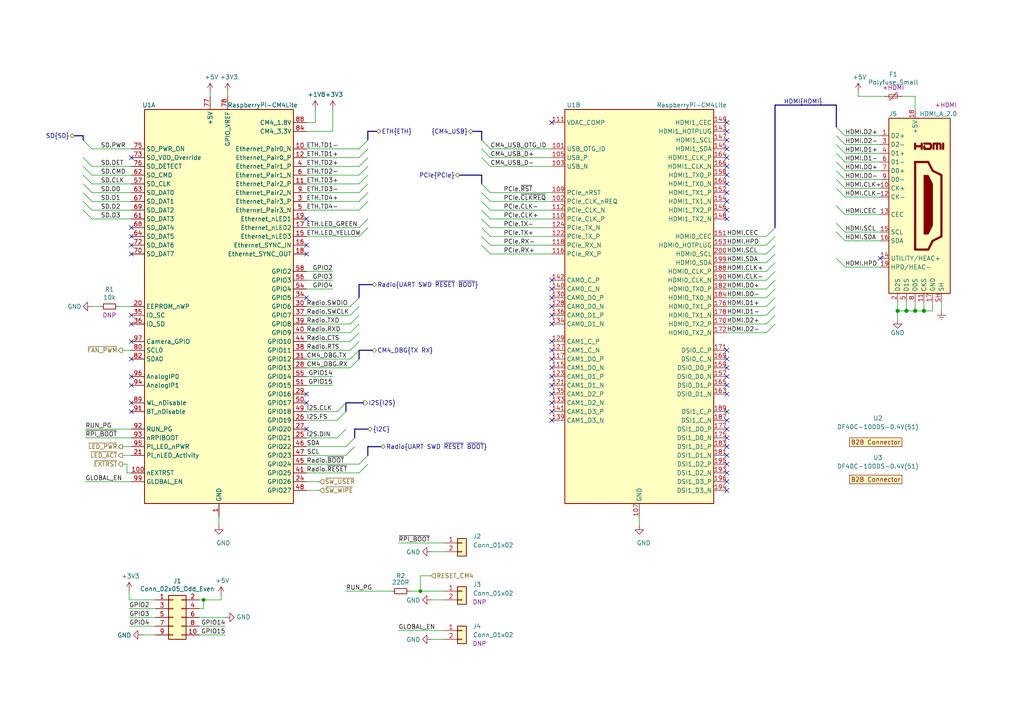
<source format=kicad_sch>
(kicad_sch (version 20210406) (generator eeschema)
  (paper "A4")
  (title_block (title "Compute Module 4") (date "2021-01-12") (rev "0.1") (company "Nabu Casa") (comment 1 "www.nabucasa.com") (comment 2 "Light Blue"))
  (bus_alias "PCIe" (members "~RST" "~CLKREQ" "CLK+" "CLK-" "TX+" "TX-" "RX+" "RX-"))
  (bus_alias "SD" (members "D[0..3]" "CMD" "CLK" "PWR" "DET"))
  (bus_alias "HDMI" (members "D0+" "D0-" "D1+" "D1-" "D2+" "D2-" "CLK+" "CLK-" "CEC" "HPD" "SDA" "SCL"))
  (bus_alias "UART" (members "TXD" "RXD" "CTS" "RTS"))
  (junction (at 59.055 173.99) (diameter 0.9144))
  (junction (at 121.92 171.45) (diameter 0.9144))
  (junction (at 260.35 90.17) (diameter 1.016))
  (junction (at 262.89 90.17) (diameter 1.016))
  (junction (at 265.43 90.17) (diameter 1.016))
  (junction (at 267.97 90.17) (diameter 1.016))
  (no_connect (at 38.1 45.72))
  (no_connect (at 38.1 66.04))
  (no_connect (at 38.1 68.58))
  (no_connect (at 38.1 71.12))
  (no_connect (at 38.1 73.66))
  (no_connect (at 38.1 91.44))
  (no_connect (at 38.1 93.98))
  (no_connect (at 38.1 99.06))
  (no_connect (at 38.1 104.14))
  (no_connect (at 38.1 109.22))
  (no_connect (at 38.1 111.76))
  (no_connect (at 38.1 116.84))
  (no_connect (at 38.1 119.38))
  (no_connect (at 88.9 63.5))
  (no_connect (at 88.9 71.12))
  (no_connect (at 88.9 73.66))
  (no_connect (at 88.9 86.36))
  (no_connect (at 88.9 114.3))
  (no_connect (at 88.9 116.84))
  (no_connect (at 88.9 124.46))
  (no_connect (at 160.02 35.56))
  (no_connect (at 160.02 81.28))
  (no_connect (at 160.02 83.82))
  (no_connect (at 160.02 86.36))
  (no_connect (at 160.02 88.9))
  (no_connect (at 160.02 91.44))
  (no_connect (at 160.02 93.98))
  (no_connect (at 160.02 99.06))
  (no_connect (at 160.02 101.6))
  (no_connect (at 160.02 104.14))
  (no_connect (at 160.02 106.68))
  (no_connect (at 160.02 109.22))
  (no_connect (at 160.02 111.76))
  (no_connect (at 160.02 114.3))
  (no_connect (at 160.02 116.84))
  (no_connect (at 160.02 119.38))
  (no_connect (at 160.02 121.92))
  (no_connect (at 210.82 35.56))
  (no_connect (at 210.82 38.1))
  (no_connect (at 210.82 40.64))
  (no_connect (at 210.82 43.18))
  (no_connect (at 210.82 45.72))
  (no_connect (at 210.82 48.26))
  (no_connect (at 210.82 50.8))
  (no_connect (at 210.82 53.34))
  (no_connect (at 210.82 55.88))
  (no_connect (at 210.82 58.42))
  (no_connect (at 210.82 60.96))
  (no_connect (at 210.82 63.5))
  (no_connect (at 210.82 101.6))
  (no_connect (at 210.82 104.14))
  (no_connect (at 210.82 106.68))
  (no_connect (at 210.82 109.22))
  (no_connect (at 210.82 111.76))
  (no_connect (at 210.82 114.3))
  (no_connect (at 210.82 119.38))
  (no_connect (at 210.82 121.92))
  (no_connect (at 210.82 124.46))
  (no_connect (at 210.82 127))
  (no_connect (at 210.82 129.54))
  (no_connect (at 210.82 132.08))
  (no_connect (at 210.82 134.62))
  (no_connect (at 210.82 137.16))
  (no_connect (at 210.82 139.7))
  (no_connect (at 210.82 142.24))
  (no_connect (at 255.27 74.93))
  (bus_entry (at 24.13 40.64) (size 2.54 2.54) (stroke (width 0.1524)))
  (bus_entry (at 24.13 45.72) (size 2.54 2.54) (stroke (width 0.1524)))
  (bus_entry (at 24.13 48.26) (size 2.54 2.54) (stroke (width 0.1524)))
  (bus_entry (at 24.13 50.8) (size 2.54 2.54) (stroke (width 0.1524)))
  (bus_entry (at 24.13 53.34) (size 2.54 2.54) (stroke (width 0.1524)))
  (bus_entry (at 24.13 55.88) (size 2.54 2.54) (stroke (width 0.1524)))
  (bus_entry (at 24.13 58.42) (size 2.54 2.54) (stroke (width 0.1524)))
  (bus_entry (at 24.13 60.96) (size 2.54 2.54) (stroke (width 0.1524)))
  (bus_entry (at 100.33 116.84) (size -2.54 2.54) (stroke (width 0.1524)))
  (bus_entry (at 100.33 119.38) (size -2.54 2.54) (stroke (width 0.1524)))
  (bus_entry (at 100.33 124.46) (size -2.54 2.54) (stroke (width 0.1524)))
  (bus_entry (at 102.87 127) (size -2.54 2.54) (stroke (width 0.1524)))
  (bus_entry (at 102.87 129.54) (size -2.54 2.54) (stroke (width 0.1524)))
  (bus_entry (at 104.14 43.18) (size 2.54 -2.54) (stroke (width 0.1524)))
  (bus_entry (at 104.14 45.72) (size 2.54 -2.54) (stroke (width 0.1524)))
  (bus_entry (at 104.14 48.26) (size 2.54 -2.54) (stroke (width 0.1524)))
  (bus_entry (at 104.14 50.8) (size 2.54 -2.54) (stroke (width 0.1524)))
  (bus_entry (at 104.14 53.34) (size 2.54 -2.54) (stroke (width 0.1524)))
  (bus_entry (at 104.14 55.88) (size 2.54 -2.54) (stroke (width 0.1524)))
  (bus_entry (at 104.14 58.42) (size 2.54 -2.54) (stroke (width 0.1524)))
  (bus_entry (at 104.14 60.96) (size 2.54 -2.54) (stroke (width 0.1524)))
  (bus_entry (at 104.14 66.04) (size 2.54 -2.54) (stroke (width 0.1524)))
  (bus_entry (at 104.14 68.58) (size 2.54 -2.54) (stroke (width 0.1524)))
  (bus_entry (at 104.14 86.36) (size -2.54 2.54) (stroke (width 0.1524)))
  (bus_entry (at 104.14 88.9) (size -2.54 2.54) (stroke (width 0.1524)))
  (bus_entry (at 104.14 91.44) (size -2.54 2.54) (stroke (width 0.1524)))
  (bus_entry (at 104.14 93.98) (size -2.54 2.54) (stroke (width 0.1524)))
  (bus_entry (at 104.14 96.52) (size -2.54 2.54) (stroke (width 0.1524)))
  (bus_entry (at 104.14 99.06) (size -2.54 2.54) (stroke (width 0.1524)))
  (bus_entry (at 104.14 101.6) (size -2.54 2.54) (stroke (width 0.1524)))
  (bus_entry (at 104.14 104.14) (size -2.54 2.54) (stroke (width 0.1524)))
  (bus_entry (at 106.68 132.08) (size -2.54 2.54) (stroke (width 0.1524)))
  (bus_entry (at 106.68 134.62) (size -2.54 2.54) (stroke (width 0.1524)))
  (bus_entry (at 139.7 40.64) (size 2.54 2.54) (stroke (width 0.1524)))
  (bus_entry (at 139.7 43.18) (size 2.54 2.54) (stroke (width 0.1524)))
  (bus_entry (at 139.7 45.72) (size 2.54 2.54) (stroke (width 0.1524)))
  (bus_entry (at 139.7 53.34) (size 2.54 2.54) (stroke (width 0.1524)))
  (bus_entry (at 139.7 55.88) (size 2.54 2.54) (stroke (width 0.1524)))
  (bus_entry (at 139.7 58.42) (size 2.54 2.54) (stroke (width 0.1524)))
  (bus_entry (at 139.7 60.96) (size 2.54 2.54) (stroke (width 0.1524)))
  (bus_entry (at 139.7 63.5) (size 2.54 2.54) (stroke (width 0.1524)))
  (bus_entry (at 139.7 66.04) (size 2.54 2.54) (stroke (width 0.1524)))
  (bus_entry (at 139.7 68.58) (size 2.54 2.54) (stroke (width 0.1524)))
  (bus_entry (at 139.7 71.12) (size 2.54 2.54) (stroke (width 0.1524)))
  (bus_entry (at 224.79 66.04) (size -2.54 2.54) (stroke (width 0.1524)))
  (bus_entry (at 224.79 68.58) (size -2.54 2.54) (stroke (width 0.1524)))
  (bus_entry (at 224.79 71.12) (size -2.54 2.54) (stroke (width 0.1524)))
  (bus_entry (at 224.79 73.66) (size -2.54 2.54) (stroke (width 0.1524)))
  (bus_entry (at 224.79 76.2) (size -2.54 2.54) (stroke (width 0.1524)))
  (bus_entry (at 224.79 78.74) (size -2.54 2.54) (stroke (width 0.1524)))
  (bus_entry (at 224.79 81.28) (size -2.54 2.54) (stroke (width 0.1524)))
  (bus_entry (at 224.79 83.82) (size -2.54 2.54) (stroke (width 0.1524)))
  (bus_entry (at 224.79 86.36) (size -2.54 2.54) (stroke (width 0.1524)))
  (bus_entry (at 224.79 88.9) (size -2.54 2.54) (stroke (width 0.1524)))
  (bus_entry (at 224.79 91.44) (size -2.54 2.54) (stroke (width 0.1524)))
  (bus_entry (at 224.79 93.98) (size -2.54 2.54) (stroke (width 0.1524)))
  (bus_entry (at 242.57 36.83) (size 2.54 2.54) (stroke (width 0.1524)))
  (bus_entry (at 242.57 39.37) (size 2.54 2.54) (stroke (width 0.1524)))
  (bus_entry (at 242.57 41.91) (size 2.54 2.54) (stroke (width 0.1524)))
  (bus_entry (at 242.57 44.45) (size 2.54 2.54) (stroke (width 0.1524)))
  (bus_entry (at 242.57 46.99) (size 2.54 2.54) (stroke (width 0.1524)))
  (bus_entry (at 242.57 49.53) (size 2.54 2.54) (stroke (width 0.1524)))
  (bus_entry (at 242.57 52.07) (size 2.54 2.54) (stroke (width 0.1524)))
  (bus_entry (at 242.57 54.61) (size 2.54 2.54) (stroke (width 0.1524)))
  (bus_entry (at 242.57 59.69) (size 2.54 2.54) (stroke (width 0.1524)))
  (bus_entry (at 242.57 64.77) (size 2.54 2.54) (stroke (width 0.1524)))
  (bus_entry (at 242.57 67.31) (size 2.54 2.54) (stroke (width 0.1524)))
  (bus_entry (at 242.57 74.93) (size 2.54 2.54) (stroke (width 0.1524)))
  (wire (pts (xy 24.765 124.46) (xy 38.1 124.46)))
  (wire (pts (xy 24.765 127) (xy 38.1 127)))
  (wire (pts (xy 24.765 139.7) (xy 38.1 139.7)))
  (wire (pts (xy 26.67 43.18) (xy 38.1 43.18)))
  (wire (pts (xy 26.67 48.26) (xy 38.1 48.26)))
  (wire (pts (xy 26.67 50.8) (xy 38.1 50.8)))
  (wire (pts (xy 26.67 53.34) (xy 38.1 53.34)))
  (wire (pts (xy 26.67 55.88) (xy 38.1 55.88)))
  (wire (pts (xy 26.67 58.42) (xy 38.1 58.42)))
  (wire (pts (xy 26.67 60.96) (xy 38.1 60.96)))
  (wire (pts (xy 26.67 63.5) (xy 38.1 63.5)))
  (wire (pts (xy 26.67 88.9) (xy 29.21 88.9)))
  (wire (pts (xy 34.29 88.9) (xy 38.1 88.9)))
  (wire (pts (xy 35.56 101.6) (xy 38.1 101.6)))
  (wire (pts (xy 35.56 129.54) (xy 38.1 129.54)))
  (wire (pts (xy 35.56 132.08) (xy 38.1 132.08)))
  (wire (pts (xy 36.83 134.62) (xy 35.56 134.62)))
  (wire (pts (xy 36.83 137.16) (xy 36.83 134.62)))
  (wire (pts (xy 37.465 173.99) (xy 37.465 171.45)))
  (wire (pts (xy 37.465 176.53) (xy 45.085 176.53)))
  (wire (pts (xy 37.465 179.07) (xy 45.085 179.07)))
  (wire (pts (xy 37.465 181.61) (xy 45.085 181.61)))
  (wire (pts (xy 38.1 137.16) (xy 36.83 137.16)))
  (wire (pts (xy 41.275 184.15) (xy 45.085 184.15)))
  (wire (pts (xy 45.085 173.99) (xy 37.465 173.99)))
  (wire (pts (xy 57.785 173.99) (xy 59.055 173.99)))
  (wire (pts (xy 57.785 176.53) (xy 59.055 176.53)))
  (wire (pts (xy 57.785 179.07) (xy 65.405 179.07)))
  (wire (pts (xy 57.785 181.61) (xy 65.405 181.61)))
  (wire (pts (xy 57.785 184.15) (xy 65.405 184.15)))
  (wire (pts (xy 59.055 173.99) (xy 64.135 173.99)))
  (wire (pts (xy 59.055 176.53) (xy 59.055 173.99)))
  (wire (pts (xy 60.96 26.67) (xy 60.96 27.94)))
  (wire (pts (xy 63.5 149.86) (xy 63.5 152.4)))
  (wire (pts (xy 64.135 173.99) (xy 64.135 172.72)))
  (wire (pts (xy 66.04 26.67) (xy 66.04 27.94)))
  (wire (pts (xy 88.9 35.56) (xy 91.44 35.56)))
  (wire (pts (xy 88.9 38.1) (xy 96.52 38.1)))
  (wire (pts (xy 88.9 43.18) (xy 104.14 43.18)))
  (wire (pts (xy 88.9 45.72) (xy 104.14 45.72)))
  (wire (pts (xy 88.9 48.26) (xy 104.14 48.26)))
  (wire (pts (xy 88.9 50.8) (xy 104.14 50.8)))
  (wire (pts (xy 88.9 53.34) (xy 104.14 53.34)))
  (wire (pts (xy 88.9 55.88) (xy 104.14 55.88)))
  (wire (pts (xy 88.9 58.42) (xy 104.14 58.42)))
  (wire (pts (xy 88.9 60.96) (xy 104.14 60.96)))
  (wire (pts (xy 88.9 66.04) (xy 104.14 66.04)))
  (wire (pts (xy 88.9 68.58) (xy 104.14 68.58)))
  (wire (pts (xy 88.9 88.9) (xy 101.6 88.9)))
  (wire (pts (xy 88.9 91.44) (xy 101.6 91.44)))
  (wire (pts (xy 88.9 93.98) (xy 101.6 93.98)))
  (wire (pts (xy 88.9 96.52) (xy 101.6 96.52)))
  (wire (pts (xy 88.9 99.06) (xy 101.6 99.06)))
  (wire (pts (xy 88.9 101.6) (xy 101.6 101.6)))
  (wire (pts (xy 88.9 104.14) (xy 101.6 104.14)))
  (wire (pts (xy 88.9 106.68) (xy 101.6 106.68)))
  (wire (pts (xy 88.9 109.22) (xy 96.52 109.22)))
  (wire (pts (xy 88.9 111.76) (xy 96.52 111.76)))
  (wire (pts (xy 88.9 119.38) (xy 97.79 119.38)))
  (wire (pts (xy 88.9 121.92) (xy 97.79 121.92)))
  (wire (pts (xy 88.9 127) (xy 97.79 127)))
  (wire (pts (xy 88.9 129.54) (xy 100.33 129.54)))
  (wire (pts (xy 88.9 132.08) (xy 100.33 132.08)))
  (wire (pts (xy 88.9 134.62) (xy 104.14 134.62)))
  (wire (pts (xy 88.9 137.16) (xy 104.14 137.16)))
  (wire (pts (xy 88.9 139.7) (xy 92.71 139.7)))
  (wire (pts (xy 88.9 142.24) (xy 92.71 142.24)))
  (wire (pts (xy 91.44 35.56) (xy 91.44 31.75)))
  (wire (pts (xy 96.52 38.1) (xy 96.52 31.75)))
  (wire (pts (xy 96.52 78.74) (xy 88.9 78.74)))
  (wire (pts (xy 96.52 81.28) (xy 88.9 81.28)))
  (wire (pts (xy 96.52 83.82) (xy 88.9 83.82)))
  (wire (pts (xy 100.33 171.45) (xy 113.665 171.45)))
  (wire (pts (xy 115.57 157.48) (xy 128.905 157.48)))
  (wire (pts (xy 115.57 182.88) (xy 128.905 182.88)))
  (wire (pts (xy 118.745 171.45) (xy 121.92 171.45)))
  (wire (pts (xy 121.92 167.005) (xy 121.92 171.45)))
  (wire (pts (xy 121.92 171.45) (xy 128.905 171.45)))
  (wire (pts (xy 125.095 160.02) (xy 128.905 160.02)))
  (wire (pts (xy 125.095 167.005) (xy 121.92 167.005)))
  (wire (pts (xy 125.095 173.99) (xy 128.905 173.99)))
  (wire (pts (xy 125.095 185.42) (xy 128.905 185.42)))
  (wire (pts (xy 142.24 43.18) (xy 160.02 43.18)))
  (wire (pts (xy 142.24 45.72) (xy 160.02 45.72)))
  (wire (pts (xy 142.24 48.26) (xy 160.02 48.26)))
  (wire (pts (xy 142.24 55.88) (xy 160.02 55.88)))
  (wire (pts (xy 142.24 58.42) (xy 160.02 58.42)))
  (wire (pts (xy 142.24 60.96) (xy 160.02 60.96)))
  (wire (pts (xy 142.24 63.5) (xy 160.02 63.5)))
  (wire (pts (xy 142.24 66.04) (xy 160.02 66.04)))
  (wire (pts (xy 142.24 68.58) (xy 160.02 68.58)))
  (wire (pts (xy 142.24 71.12) (xy 160.02 71.12)))
  (wire (pts (xy 142.24 73.66) (xy 160.02 73.66)))
  (wire (pts (xy 185.42 149.86) (xy 185.42 152.4)))
  (wire (pts (xy 210.82 68.58) (xy 222.25 68.58)))
  (wire (pts (xy 210.82 71.12) (xy 222.25 71.12)))
  (wire (pts (xy 210.82 73.66) (xy 222.25 73.66)))
  (wire (pts (xy 210.82 76.2) (xy 222.25 76.2)))
  (wire (pts (xy 210.82 78.74) (xy 222.25 78.74)))
  (wire (pts (xy 210.82 81.28) (xy 222.25 81.28)))
  (wire (pts (xy 210.82 83.82) (xy 222.25 83.82)))
  (wire (pts (xy 210.82 86.36) (xy 222.25 86.36)))
  (wire (pts (xy 210.82 88.9) (xy 222.25 88.9)))
  (wire (pts (xy 210.82 91.44) (xy 222.25 91.44)))
  (wire (pts (xy 210.82 93.98) (xy 222.25 93.98)))
  (wire (pts (xy 210.82 96.52) (xy 222.25 96.52)))
  (wire (pts (xy 245.11 39.37) (xy 255.27 39.37)))
  (wire (pts (xy 245.11 41.91) (xy 255.27 41.91)))
  (wire (pts (xy 245.11 44.45) (xy 255.27 44.45)))
  (wire (pts (xy 245.11 46.99) (xy 255.27 46.99)))
  (wire (pts (xy 245.11 49.53) (xy 255.27 49.53)))
  (wire (pts (xy 245.11 52.07) (xy 255.27 52.07)))
  (wire (pts (xy 245.11 54.61) (xy 255.27 54.61)))
  (wire (pts (xy 245.11 57.15) (xy 255.27 57.15)))
  (wire (pts (xy 245.11 62.23) (xy 255.27 62.23)))
  (wire (pts (xy 245.11 67.31) (xy 255.27 67.31)))
  (wire (pts (xy 245.11 69.85) (xy 255.27 69.85)))
  (wire (pts (xy 245.11 77.47) (xy 255.27 77.47)))
  (wire (pts (xy 248.92 27.94) (xy 248.92 26.67)))
  (wire (pts (xy 256.54 27.94) (xy 248.92 27.94)))
  (wire (pts (xy 260.35 87.63) (xy 260.35 90.17)))
  (wire (pts (xy 260.35 90.17) (xy 260.35 92.71)))
  (wire (pts (xy 260.35 90.17) (xy 262.89 90.17)))
  (wire (pts (xy 262.89 90.17) (xy 262.89 87.63)))
  (wire (pts (xy 262.89 90.17) (xy 265.43 90.17)))
  (wire (pts (xy 265.43 27.94) (xy 261.62 27.94)))
  (wire (pts (xy 265.43 31.75) (xy 265.43 27.94)))
  (wire (pts (xy 265.43 90.17) (xy 265.43 87.63)))
  (wire (pts (xy 265.43 90.17) (xy 267.97 90.17)))
  (wire (pts (xy 267.97 90.17) (xy 267.97 87.63)))
  (wire (pts (xy 267.97 90.17) (xy 270.51 90.17)))
  (wire (pts (xy 270.51 90.17) (xy 270.51 87.63)))
  (wire (pts (xy 273.05 90.17) (xy 273.05 87.63)))
  (bus (pts (xy 21.59 39.37) (xy 24.13 39.37)))
  (bus (pts (xy 24.13 39.37) (xy 24.13 60.96)))
  (bus (pts (xy 100.33 116.84) (xy 100.33 124.46)))
  (bus (pts (xy 102.87 124.46) (xy 102.87 129.54)))
  (bus (pts (xy 104.14 82.55) (xy 104.14 99.06)))
  (bus (pts (xy 104.14 101.6) (xy 107.95 101.6)))
  (bus (pts (xy 104.14 104.14) (xy 104.14 101.6)))
  (bus (pts (xy 105.41 116.84) (xy 100.33 116.84)))
  (bus (pts (xy 106.68 38.1) (xy 106.68 66.04)))
  (bus (pts (xy 106.68 38.1) (xy 109.22 38.1)))
  (bus (pts (xy 106.68 124.46) (xy 102.87 124.46)))
  (bus (pts (xy 106.68 129.54) (xy 106.68 134.62)))
  (bus (pts (xy 107.95 82.55) (xy 104.14 82.55)))
  (bus (pts (xy 110.49 129.54) (xy 106.68 129.54)))
  (bus (pts (xy 133.35 50.8) (xy 139.7 50.8)))
  (bus (pts (xy 137.16 38.1) (xy 139.7 38.1)))
  (bus (pts (xy 139.7 38.1) (xy 139.7 45.72)))
  (bus (pts (xy 139.7 50.8) (xy 139.7 71.12)))
  (bus (pts (xy 224.79 30.48) (xy 224.79 93.98)))
  (bus (pts (xy 242.57 30.48) (xy 224.79 30.48)))
  (bus (pts (xy 242.57 30.48) (xy 242.57 74.93)))
  (label "RUN_PG" (at 24.765 124.46 0))
  (label "~RPI_BOOT" (at 24.765 127 0))
  (label "GLOBAL_EN" (at 24.765 139.7 0))
  (label "SD.PWR" (at 29.21 43.18 0))
  (label "SD.DET" (at 29.21 48.26 0))
  (label "SD.CMD" (at 29.21 50.8 0))
  (label "SD.CLK" (at 29.21 53.34 0))
  (label "SD.D0" (at 29.21 55.88 0))
  (label "SD.D1" (at 29.21 58.42 0))
  (label "SD.D2" (at 29.21 60.96 0))
  (label "SD.D3" (at 29.21 63.5 0))
  (label "GPIO2" (at 37.465 176.53 0))
  (label "GPIO3" (at 37.465 179.07 0))
  (label "GPIO4" (at 37.465 181.61 0))
  (label "GPIO14" (at 65.405 181.61 180))
  (label "GPIO15" (at 65.405 184.15 180))
  (label "ETH.TD1-" (at 88.9 43.18 0))
  (label "ETH.TD1+" (at 88.9 45.72 0))
  (label "ETH.TD2+" (at 88.9 48.26 0))
  (label "ETH.TD2-" (at 88.9 50.8 0))
  (label "ETH.TD3+" (at 88.9 53.34 0))
  (label "ETH.TD3-" (at 88.9 55.88 0))
  (label "ETH.TD4+" (at 88.9 58.42 0))
  (label "ETH.TD4-" (at 88.9 60.96 0))
  (label "ETH.LED_GREEN" (at 88.9 66.04 0))
  (label "ETH.LED_YELLOW" (at 88.9 68.58 0))
  (label "Radio.SWDIO" (at 88.9 88.9 0))
  (label "Radio.SWCLK" (at 88.9 91.44 0))
  (label "Radio.TXD" (at 88.9 93.98 0))
  (label "Radio.RXD" (at 88.9 96.52 0))
  (label "Radio.CTS" (at 88.9 99.06 0))
  (label "Radio.RTS" (at 88.9 101.6 0))
  (label "CM4_DBG.TX" (at 88.9 104.14 0))
  (label "CM4_DBG.RX" (at 88.9 106.68 0))
  (label "I2S.CLK" (at 88.9 119.38 0))
  (label "I2S.FS" (at 88.9 121.92 0))
  (label "I2S.DIN" (at 88.9 127 0))
  (label "Radio.~BOOT" (at 88.9 134.62 0))
  (label "Radio.~RESET" (at 88.9 137.16 0))
  (label "SDA" (at 92.71 129.54 180))
  (label "SCL" (at 92.71 132.08 180))
  (label "GPIO2" (at 96.52 78.74 180))
  (label "GPIO3" (at 96.52 81.28 180))
  (label "GPIO4" (at 96.52 83.82 180))
  (label "GPIO14" (at 96.52 109.22 180))
  (label "GPIO15" (at 96.52 111.76 180))
  (label "RUN_PG" (at 100.33 171.45 0))
  (label "~RPI_BOOT" (at 115.57 157.48 0))
  (label "GLOBAL_EN" (at 115.57 182.88 0))
  (label "CM4_USB_OTG_ID" (at 142.24 43.18 0))
  (label "CM4_USB_D+" (at 142.24 45.72 0))
  (label "CM4_USB_D-" (at 142.24 48.26 0))
  (label "PCIe.~RST" (at 146.05 55.88 0))
  (label "PCIe.~CLKREQ" (at 146.05 58.42 0))
  (label "PCIe.CLK-" (at 146.05 60.96 0))
  (label "PCIe.CLK+" (at 146.05 63.5 0))
  (label "PCIe.TX-" (at 146.05 66.04 0))
  (label "PCIe.TX+" (at 146.05 68.58 0))
  (label "PCIe.RX-" (at 146.05 71.12 0))
  (label "PCIe.RX+" (at 146.05 73.66 0))
  (label "HDMI.CEC" (at 210.82 68.58 0))
  (label "HDMI.HPD" (at 210.82 71.12 0))
  (label "HDMI.SCL" (at 210.82 73.66 0))
  (label "HDMI.SDA" (at 210.82 76.2 0))
  (label "HDMI.CLK+" (at 210.82 78.74 0))
  (label "HDMI.CLK-" (at 210.82 81.28 0))
  (label "HDMI.D0+" (at 210.82 83.82 0))
  (label "HDMI.D0-" (at 210.82 86.36 0))
  (label "HDMI.D1+" (at 210.82 88.9 0))
  (label "HDMI.D1-" (at 210.82 91.44 0))
  (label "HDMI.D2+" (at 210.82 93.98 0))
  (label "HDMI.D2-" (at 210.82 96.52 0))
  (label "HDMI{HDMI}" (at 227.33 30.48 0))
  (label "HDMI.D2+" (at 245.11 39.37 0))
  (label "HDMI.D2-" (at 245.11 41.91 0))
  (label "HDMI.D1+" (at 245.11 44.45 0))
  (label "HDMI.D1-" (at 245.11 46.99 0))
  (label "HDMI.D0+" (at 245.11 49.53 0))
  (label "HDMI.D0-" (at 245.11 52.07 0))
  (label "HDMI.CLK+" (at 245.11 54.61 0))
  (label "HDMI.CLK-" (at 245.11 57.15 0))
  (label "HDMI.CEC" (at 245.11 62.23 0))
  (label "HDMI.SCL" (at 245.11 67.31 0))
  (label "HDMI.SDA" (at 245.11 69.85 0))
  (label "HDMI.HPD" (at 245.11 77.47 0))
  (hierarchical_label "SD{SD}" (shape bidirectional) (at 21.59 39.37 180))
  (hierarchical_label "~FAN_PWM" (shape output) (at 35.56 101.6 180))
  (hierarchical_label "~LED_PWR" (shape output) (at 35.56 129.54 180))
  (hierarchical_label "~LED_ACT" (shape output) (at 35.56 132.08 180))
  (hierarchical_label "~EXTRST" (shape output) (at 35.56 134.62 180))
  (hierarchical_label "~SW_USER" (shape input) (at 92.71 139.7 0))
  (hierarchical_label "~SW_WIPE" (shape input) (at 92.71 142.24 0))
  (hierarchical_label "I2S{I2S}" (shape output) (at 105.41 116.84 0))
  (hierarchical_label "{I2C}" (shape bidirectional) (at 106.68 124.46 0))
  (hierarchical_label "Radio{UART SWD ~RESET ~BOOT}" (shape bidirectional) (at 107.95 82.55 0))
  (hierarchical_label "CM4_DBG{TX RX}" (shape bidirectional) (at 107.95 101.6 0))
  (hierarchical_label "ETH{ETH}" (shape bidirectional) (at 109.22 38.1 0))
  (hierarchical_label "Radio{UART SWD ~RESET ~BOOT}" (shape bidirectional) (at 110.49 129.54 0))
  (hierarchical_label "RESET_CM4" (shape input) (at 125.095 167.005 0))
  (hierarchical_label "PCIe{PCIe}" (shape bidirectional) (at 133.35 50.8 180))
  (hierarchical_label "{CM4_USB}" (shape bidirectional) (at 137.16 38.1 180))
  (symbol (lib_id "power:+3V3") (at 37.465 171.45 0) (unit 1)
    (property "Reference" "#PWR02" (effects hide))
    (property "Value" "+3V3" (at 37.8333 167.1256 0))
  )
  (symbol (lib_id "power:+5V") (at 60.96 26.67 0) (unit 1)
    (property "Reference" "#PWR04" (effects hide))
    (property "Value" "+5V" (at 61.3283 22.3456 0))
  )
  (symbol (lib_id "power:+5V") (at 64.135 172.72 0) (unit 1)
    (property "Reference" "#PWR06" (effects hide))
    (property "Value" "+5V" (at 64.5033 168.3956 0))
  )
  (symbol (lib_id "power:+3V3") (at 66.04 26.67 0) (unit 1)
    (property "Reference" "#PWR08" (effects hide))
    (property "Value" "+3V3" (at 66.4083 22.3456 0))
  )
  (symbol (lib_id "power:+1V8") (at 91.44 31.75 0) (unit 1)
    (property "Reference" "#PWR09" (effects hide))
    (property "Value" "+1V8" (at 91.8083 27.4256 0))
  )
  (symbol (lib_id "power:+3V3") (at 96.52 31.75 0) (unit 1)
    (property "Reference" "#PWR010" (effects hide))
    (property "Value" "+3V3" (at 96.8883 27.4256 0))
  )
  (symbol (lib_id "power:+5V") (at 248.92 26.67 0) (unit 1)
    (property "Reference" "#PWR015" (effects hide))
    (property "Value" "+5V" (at 249.2883 22.3456 0))
  )
  (symbol (lib_id "power:GND") (at 26.67 88.9 270) (unit 1)
    (property "Reference" "#PWR01" (effects hide))
    (property "Value" "GND" (at 21.59 88.9 90))
  )
  (symbol (lib_id "power:GND") (at 41.275 184.15 270) (unit 1)
    (property "Reference" "#PWR03" (effects hide))
    (property "Value" "GND" (at 38.1 184.2643 90) (effects (justify right)))
  )
  (symbol (lib_id "power:GND") (at 63.5 152.4 0) (unit 1)
    (property "Reference" "#PWR05" (effects hide))
    (property "Value" "GND" (at 64.77 157.48 0))
  )
  (symbol (lib_id "power:GND") (at 65.405 179.07 90) (unit 1)
    (property "Reference" "#PWR07" (effects hide))
    (property "Value" "GND" (at 68.5801 178.9557 90) (effects (justify right)))
  )
  (symbol (lib_id "power:GND") (at 125.095 160.02 270) (unit 1)
    (property "Reference" "#PWR011" (effects hide))
    (property "Value" "GND" (at 121.92 160.1343 90) (effects (justify right)))
  )
  (symbol (lib_id "power:GND") (at 125.095 173.99 270) (unit 1)
    (property "Reference" "#PWR012" (effects hide))
    (property "Value" "GND" (at 121.92 174.1043 90) (effects (justify right)))
  )
  (symbol (lib_id "power:GND") (at 125.095 185.42 270) (unit 1)
    (property "Reference" "#PWR013" (effects hide))
    (property "Value" "GND" (at 121.92 185.5343 90) (effects (justify right)))
  )
  (symbol (lib_id "power:GND") (at 185.42 152.4 0) (unit 1)
    (property "Reference" "#PWR014" (effects hide))
    (property "Value" "GND" (at 186.69 157.48 0))
  )
  (symbol (lib_id "power:GND") (at 260.35 92.71 0) (unit 1)
    (property "Reference" "#PWR016" (effects hide))
    (property "Value" "GND" (at 260.35 96.52 0))
  )
  (symbol (lib_id "power:Earth") (at 273.05 90.17 0) (unit 1)
    (property "Reference" "#PWR017" (effects hide))
    (property "Value" "Earth" (effects hide))
  )
  (symbol (lib_id "Device:R_Small") (at 31.75 88.9 90) (unit 1)
    (property "Reference" "R1" (at 31.75 83.9532 90))
    (property "Value" "10k" (at 31.75 86.252 90))
    (property "Footprint" "Resistor_SMD:R_0402_1005Metric" (effects hide))
    (property "Config" "DNP" (at 31.75 91.44 90))
  )
  (symbol (lib_id "Device:R_Small") (at 116.205 171.45 90) (unit 1)
    (property "Reference" "R2" (at 116.205 167.005 90))
    (property "Value" "220R" (at 116.205 168.91 90))
    (property "Footprint" "Resistor_SMD:R_0402_1005Metric" (effects hide))
  )
  (symbol (lib_id "Device:Polyfuse_Small") (at 259.08 27.94 90) (unit 1)
    (property "Reference" "F1" (at 259.08 21.5708 90))
    (property "Value" "Polyfuse_Small" (at 259.08 23.8695 90))
    (property "Footprint" "Fuse:Fuse_1206_3216Metric" (effects hide))
    (property "Config" "+HDMI" (at 259.08 25.4 90))
    (property "Manufacturer" "Bel Fuse" (effects hide))
    (property "PartNumber" "0ZCJ0010FF2E" (effects hide))
  )
  (symbol (lib_id "Connector_Generic:Conn_01x02") (at 133.985 157.48 0) (unit 1)
    (property "Reference" "J2" (at 137.16 155.5749 0) (effects (justify left)))
    (property "Value" "Conn_01x02" (at 137.16 158.1149 0) (effects (justify left)))
    (property "Footprint" "Connector_PinHeader_2.54mm:PinHeader_1x02_P2.54mm_Vertical" (effects hide))
    (property "Manufacturer" "Adam Tech" (effects hide))
    (property "PartNumber" "PH1-02-UA" (effects hide))
  )
  (symbol (lib_id "Connector_Generic:Conn_01x02") (at 133.985 171.45 0) (unit 1)
    (property "Reference" "J3" (at 137.16 169.5449 0) (effects (justify left)))
    (property "Value" "Conn_01x02" (at 137.16 172.0849 0) (effects (justify left)))
    (property "Footprint" "Connector_PinHeader_2.54mm:PinHeader_1x02_P2.54mm_Vertical" (effects hide))
    (property "Config" "DNP" (at 139.065 174.625 0))
    (property "Manufacturer" "Adam Tech" (effects hide))
    (property "PartNumber" "PH1-02-UA" (effects hide))
  )
  (symbol (lib_id "Connector_Generic:Conn_01x02") (at 133.985 182.88 0) (unit 1)
    (property "Reference" "J4" (at 137.16 181.6099 0) (effects (justify left)))
    (property "Value" "Conn_01x02" (at 137.16 184.1499 0) (effects (justify left)))
    (property "Footprint" "Connector_PinHeader_2.54mm:PinHeader_1x02_P2.54mm_Vertical" (effects hide))
    (property "Config" "DNP" (at 139.065 186.69 0))
    (property "Manufacturer" "Adam Tech" (effects hide))
    (property "PartNumber" "PH1-02-UA" (effects hide))
  )
  (symbol (lib_id "LightBlue:DF40C-100DS-0.4V(51)") (at 254 128.27 0) (unit 1) (on_board no)
    (property "Reference" "U2" (at 254.635 121.285 0))
    (property "Value" "DF40C-100DS-0.4V(51)" (at 254.635 123.825 0))
    (property "Datasheet" "https://www.hirose.com/product/download/?distributor=digikey&type=specSheet&lang=en&num=DF40C-100DS-0.4V(51)" (effects hide))
    (property "Manufacturer" "Hirose Electric" (effects hide))
    (property "PartNumber" "DF40C-100DS-0.4V(51)" (effects hide))
  )
  (symbol (lib_id "LightBlue:DF40C-100DS-0.4V(51)") (at 254 139.065 0) (unit 1) (on_board no)
    (property "Reference" "U3" (at 254.635 132.715 0))
    (property "Value" "DF40C-100DS-0.4V(51)" (at 254.635 135.255 0))
    (property "Datasheet" "https://www.hirose.com/product/download/?distributor=digikey&type=specSheet&lang=en&num=DF40C-100DS-0.4V(51)" (effects hide))
    (property "Manufacturer" "Hirose Electric" (effects hide))
    (property "PartNumber" "DF40C-100DS-0.4V(51)" (effects hide))
  )
  (symbol (lib_id "Connector_Generic:Conn_02x05_Odd_Even") (at 50.165 179.07 0) (unit 1)
    (property "Reference" "J1" (at 51.435 168.5098 0))
    (property "Value" "Conn_02x05_Odd_Even" (at 51.435 170.8085 0))
    (property "Footprint" "Connector_PinHeader_2.54mm:PinHeader_2x05_P2.54mm_Vertical" (effects hide))
    (property "Manufacturer" "Adam Tech" (effects hide))
    (property "PartNumber" "PH2-10-UA" (effects hide))
  )
  (symbol (lib_id "Connector:HDMI_A_1.4") (at 265.43 59.69 0) (unit 1)
    (property "Reference" "J5" (at 257.81 33.02 0) (effects (justify left)))
    (property "Value" "HDMI_A_2.0" (at 266.7 33.02 0) (effects (justify left)))
    (property "Footprint" "Connector_HDMI:HDMI_Micro-D_Molex_46765-1x01" (effects hide))
    (property "Datasheet" "https://en.wikipedia.org/wiki/HDMI" (effects hide))
    (property "Config" "+HDMI" (at 274.32 30.48 0))
    (property "Manufacturer" "Molex" (effects hide))
    (property "PartNumber" "0467651301" (effects hide))
  )
  (symbol (lib_name "LightBlue:RaspberryPi-CM4Lite_1") (lib_id "LightBlue:RaspberryPi-CM4Lite") (at 185.42 88.9 0) (unit 2)
    (property "Reference" "U1" (at 166.37 30.48 0))
    (property "Value" "RaspberryPi-CM4Lite" (at 200.66 30.48 0))
    (property "Footprint" "LightBlue:RaspberryPi-CM4" (effects hide))
    (property "Manufacturer" "Raspberry Pi Foundation" (effects hide))
    (property "PartNumber" "CM4002016" (effects hide))
  )
  (symbol (lib_id "LightBlue:RaspberryPi-CM4Lite") (at 63.5 88.9 0) (unit 1)
    (property "Reference" "U1" (at 43.18 30.48 0))
    (property "Value" "RaspberryPi-CM4Lite" (at 76.2 30.48 0))
    (property "Footprint" "LightBlue:RaspberryPi-CM4" (effects hide))
    (property "Datasheet" "https://datasheets.raspberrypi.org/cm4/cm4-datasheet.pdf" (effects hide))
    (property "Manufacturer" "Raspberry Pi Foundation" (effects hide))
    (property "PartNumber" "CM4002016" (effects hide))
    (pin "76" (alternate "SD_DETECT"))
  )
)
</source>
